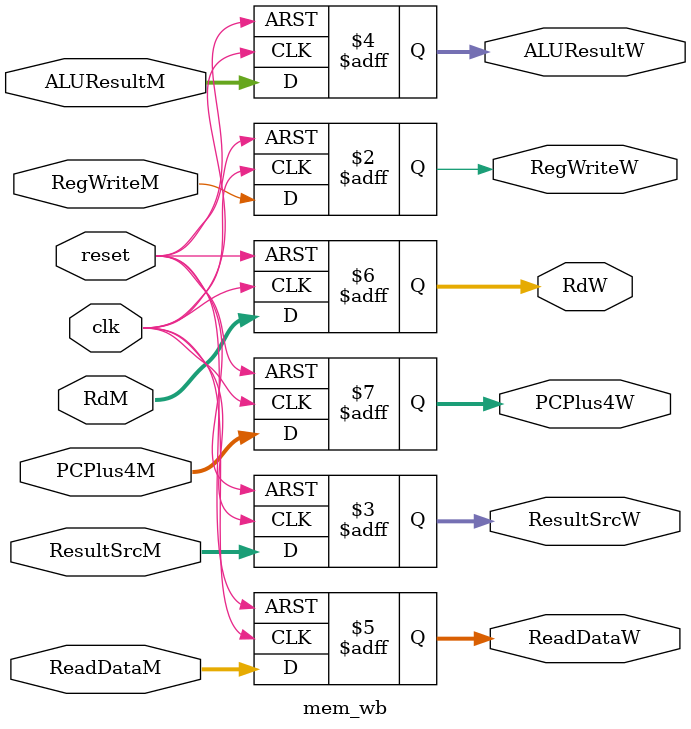
<source format=sv>
`timescale 1ns / 1ps


module mem_wb(
    input   logic           clk,reset, 
    input   logic           RegWriteM, 
    input   logic [1:0]     ResultSrcM,
    input   logic [31:0]    ALUResultM,
    input   logic [31:0]    ReadDataM, 
    input   logic [4:0]     RdM,
    input   logic [31:0]    PCPlus4M,

    output  logic           RegWriteW, 
    output  logic [1:0]     ResultSrcW,
    output  logic [31:0]    ALUResultW,
    output  logic [31:0]    ReadDataW, 
    output  logic [4:0]     RdW,
    output  logic [31:0]    PCPlus4W);
    
    always_ff@(posedge clk,posedge reset)
        if (reset) begin 
            RegWriteW <= 0;  
            ResultSrcW <= 0;
            ALUResultW <= 0;
            ReadDataW <= 0; 
            RdW <=0;
            PCPlus4W <= 0; 
        end 
        else begin
            RegWriteW <= RegWriteM;  
            ResultSrcW <= ResultSrcM;
            ALUResultW <= ALUResultM;
            ReadDataW <= ReadDataM; 
            RdW <= RdM;
            PCPlus4W <= PCPlus4M;    
         end         
    
endmodule

</source>
